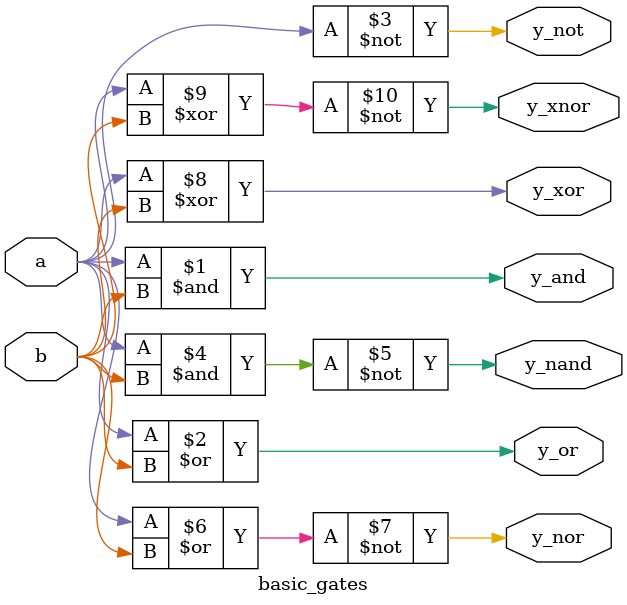
<source format=v>
module basic_gates (input a,b,
                    output y_and, y_or, y_not, y_nand, y_nor, y_xor, y_xnor);

assign y_and = a & b;
assign y_or = a | b;
assign y_not = ~a;
assign y_nand = ~(a & b);
assign y_nor = ~(a | b);
assign y_xor = a ^ b;
assign y_xnor = ~(a ^ b);

endmodule
</source>
